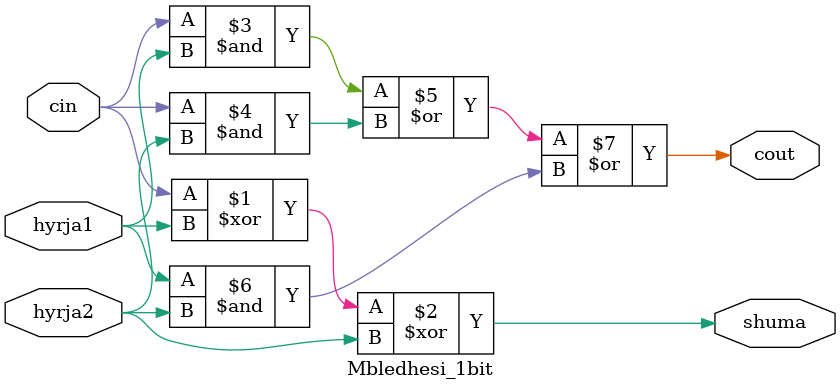
<source format=v>
`timescale 1ns / 1ps


module Mbledhesi_1bit(
    input hyrja1,
    input hyrja2,
    input cin,
    output cout,
    output shuma
    );
    
    assign shuma = cin^hyrja1^hyrja2;
    assign cout = cin&hyrja1 | cin&hyrja2 | hyrja1&hyrja2;
    
endmodule


</source>
